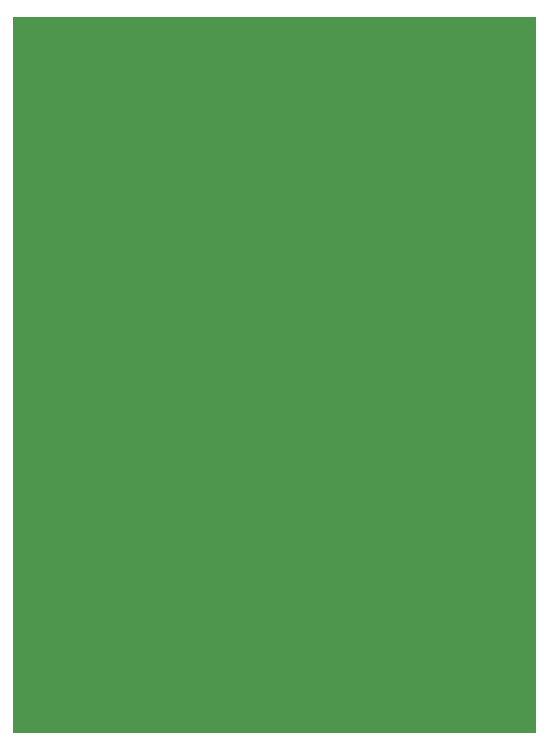
<source format=gbr>
G04 DipTrace 3.1.0.1*
G04 Board.gbr*
%MOIN*%
G04 #@! TF.FileFunction,Drawing,Board polygon*
G04 #@! TF.Part,Single*
%FSLAX26Y26*%
G04*
G70*
G90*
G75*
G01*
G04 BoardPoly*
%LPD*%
G36*
X394000Y2779684D2*
X2136584D1*
Y394000D1*
X394000D1*
Y2779684D1*
G37*
M02*

</source>
